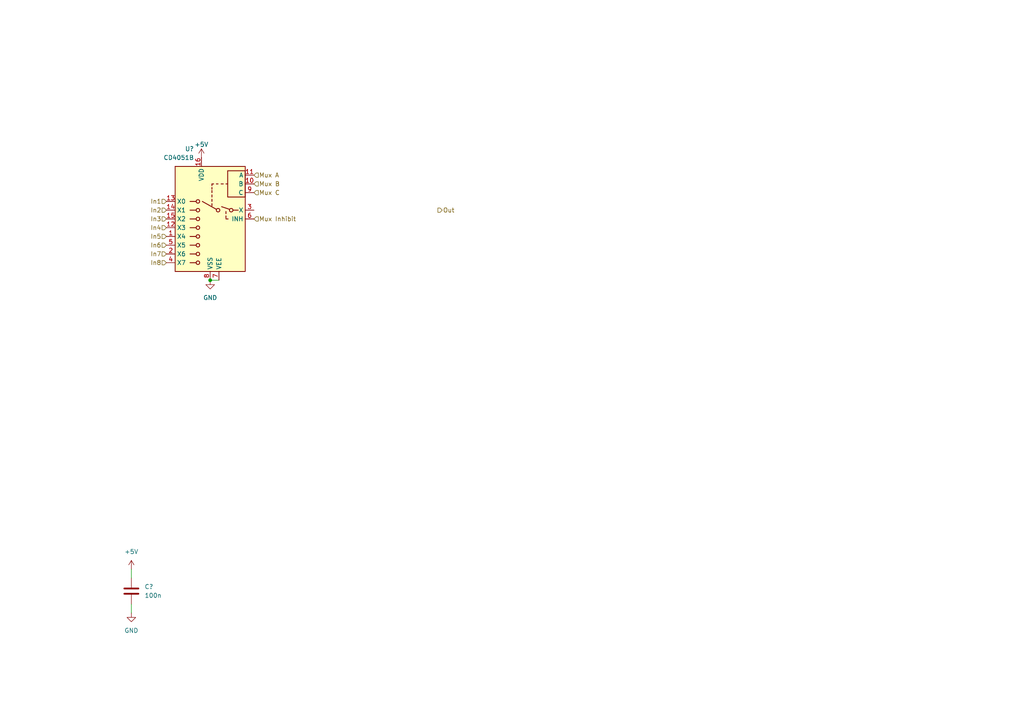
<source format=kicad_sch>
(kicad_sch (version 20250114) (generator "eeschema") (generator_version "9.0")
  (paper "A4")
  (lib_symbols
    (symbol "Analog_Switch:CD4051B"
      (property "Reference" "U" (at -10.16 16.51 0))
      (property "Value" "CD4051B" (at 3.81 16.51 0))
      (symbol "CD4051B_0_1"
        (rectangle (start -10.16 15.24) (end 10.16 -15.24) (stroke (width 0.254)) (fill (type background)))
        (rectangle (start -10.16 6.35) (end -5.08 13.97) (stroke (width 0.254)))
        (polyline (pts (xy -8.128 2.54) (xy -6.604 2.54)) (stroke (width 0.254)))
        (circle (center -6.096 2.54) (radius 0.508) (stroke (width 0.254)))
        (polyline (pts (xy -5.588 2.794) (xy -3.302 3.556)) (stroke (width 0.254)))
        (polyline (pts (xy -4.572 10.16) (xy -5.08 10.16)) (stroke (width 0.254)))
        (polyline (pts (xy -4.572 1.524) (xy -4.572 2.159)) (stroke (width 0.254)))
        (polyline (pts (xy -4.572 0.254) (xy -4.572 0.889)) (stroke (width 0.254)))
        (polyline (pts (xy -4.572 0) (xy -5.207 0)) (stroke (width 0.254)))
        (polyline (pts (xy -3.81 10.16) (xy -3.175 10.16)) (stroke (width 0.254)))
        (circle (center -2.286 2.54) (radius 0.508) (stroke (width 0.254)))
        (polyline (pts (xy -1.778 10.16) (xy -2.286 10.16)) (stroke (width 0.254)))
        (polyline (pts (xy -1.778 2.794) (xy 2.286 5.08)) (stroke (width 0.254)))
        (polyline (pts (xy -0.508 10.16) (xy -1.016 10.16)) (stroke (width 0.254)))
        (polyline (pts (xy -0.508 9.652) (xy -0.508 10.16)) (stroke (width 0.254)))
        (polyline (pts (xy -0.508 8.636) (xy -0.508 9.144)) (stroke (width 0.254)))
        (polyline (pts (xy -0.508 7.62) (xy -0.508 8.255)) (stroke (width 0.254)))
        (polyline (pts (xy -0.508 6.35) (xy -0.508 6.985)) (stroke (width 0.254)))
        (polyline (pts (xy -0.508 5.08) (xy -0.508 5.715)) (stroke (width 0.254)))
        (polyline (pts (xy -0.508 3.81) (xy -0.508 4.445)) (stroke (width 0.254)))
        (circle (center 3.556 5.08) (radius 0.508) (stroke (width 0.254)))
        (circle (center 3.556 2.54) (radius 0.508) (stroke (width 0.254)))
        (circle (center 3.556 0) (radius 0.508) (stroke (width 0.254)))
        (circle (center 3.556 -2.54) (radius 0.508) (stroke (width 0.254)))
        (circle (center 3.556 -5.08) (radius 0.508) (stroke (width 0.254)))
        (circle (center 3.556 -7.62) (radius 0.508) (stroke (width 0.254)))
        (circle (center 3.556 -10.16) (radius 0.508) (stroke (width 0.254)))
        (circle (center 3.556 -12.7) (radius 0.508) (stroke (width 0.254)))
        (polyline (pts (xy 4.064 5.08) (xy 5.842 5.08)) (stroke (width 0.254)))
        (polyline (pts (xy 4.064 2.54) (xy 5.842 2.54)) (stroke (width 0.254)))
        (polyline (pts (xy 4.064 0) (xy 5.842 0)) (stroke (width 0.254)))
        (polyline (pts (xy 4.064 -2.54) (xy 5.842 -2.54)) (stroke (width 0.254)))
        (polyline (pts (xy 4.064 -5.08) (xy 5.842 -5.08)) (stroke (width 0.254)))
        (polyline (pts (xy 4.064 -7.62) (xy 5.842 -7.62)) (stroke (width 0.254)))
        (polyline (pts (xy 4.064 -10.16) (xy 5.842 -10.16)) (stroke (width 0.254)))
        (polyline (pts (xy 4.064 -12.7) (xy 5.842 -12.7)) (stroke (width 0.254)))
      )
      (symbol "CD4051B_1_1"
        (pin input line (at -12.7 12.7 0) (length 2.54) (name "A") (number "11"))
        (pin input line (at -12.7 10.16 0) (length 2.54) (name "B") (number "10"))
        (pin input line (at -12.7 7.62 0) (length 2.54) (name "C") (number "9"))
        (pin bidirectional line (at -12.7 2.54 0) (length 2.54) (name "X") (number "3"))
        (pin input line (at -12.7 0 0) (length 2.54) (name "INH") (number "6"))
        (pin power_in line (at -2.54 -17.78 90) (length 2.54) (name "VEE") (number "7"))
        (pin power_in line (at 0 -17.78 90) (length 2.54) (name "VSS") (number "8"))
        (pin power_in line (at 2.54 17.78 270) (length 2.54) (name "VDD") (number "16"))
        (pin bidirectional line (at 12.7 5.08 180) (length 2.54) (name "X0") (number "13"))
        (pin bidirectional line (at 12.7 2.54 180) (length 2.54) (name "X1") (number "14"))
        (pin bidirectional line (at 12.7 0 180) (length 2.54) (name "X2") (number "15"))
        (pin bidirectional line (at 12.7 -2.54 180) (length 2.54) (name "X3") (number "12"))
        (pin bidirectional line (at 12.7 -5.08 180) (length 2.54) (name "X4") (number "1"))
        (pin bidirectional line (at 12.7 -7.62 180) (length 2.54) (name "X5") (number "5"))
        (pin bidirectional line (at 12.7 -10.16 180) (length 2.54) (name "X6") (number "2"))
        (pin bidirectional line (at 12.7 -12.7 180) (length 2.54) (name "X7") (number "4"))
      )
    )
    (symbol "Device:C" (pin_numbers (hide yes)) (pin_names (offset 0.254))
      (property "Reference" "C" (at 0.635 2.54 0))
      (property "Value" "C" (at 0.635 -2.54 0))
      (symbol "C_0_1"
        (polyline (pts (xy -2.032 0.762) (xy 2.032 0.762)) (stroke (width 0.508)))
        (polyline (pts (xy -2.032 -0.762) (xy 2.032 -0.762)) (stroke (width 0.508)))
      )
      (symbol "C_1_1"
        (pin passive line (at 0 3.81 270) (length 2.794) (name "~") (number "1"))
        (pin passive line (at 0 -3.81 90) (length 2.794) (name "~") (number "2"))
      )
    )
    (symbol "power:+5V" (power) (pin_numbers (hide yes)) (pin_names (offset 0) (hide yes))
      (property "Value" "+5V" (at 0 3.556 0))
      (symbol "+5V_0_1"
        (polyline (pts (xy -0.762 1.27) (xy 0 2.54)))
        (polyline (pts (xy 0 2.54) (xy 0.762 1.27)))
        (polyline (pts (xy 0 0) (xy 0 2.54)))
      )
      (symbol "+5V_1_1"
        (pin power_in line (at 0 0 90) (length 0) (name "~") (number "1"))
      )
    )
    (symbol "power:GND" (power) (pin_numbers (hide yes)) (pin_names (offset 0) (hide yes))
      (property "Value" "GND" (at 0 -3.81 0))
      (symbol "GND_0_1"
        (polyline (pts (xy 0 0) (xy 0 -1.27) (xy 1.27 -1.27) (xy 0 -2.54) (xy -1.27 -1.27) (xy 0 -1.27)))
      )
      (symbol "GND_1_1"
        (pin power_in line (at 0 0 270) (length 0) (name "~") (number "1"))
      )
    )
  )
  (junction (at 60.96 81.28))
  (wire (pts (xy 60.96 81.28) (xy 63.5 81.28)))
  (wire (pts (xy 38.1 175.26) (xy 38.1 177.8)))
  (wire (pts (xy 38.1 165.1) (xy 38.1 167.64)))
  (hierarchical_label "Mux A" (shape input) (at 73.66 50.8 0))
  (hierarchical_label "Mux C" (shape input) (at 73.66 55.88 0))
  (hierarchical_label "Mux Inhibit" (shape input) (at 73.66 63.5 0))
  (hierarchical_label "In8" (shape input) (at 48.26 76.2 180))
  (hierarchical_label "In5" (shape input) (at 48.26 68.58 180))
  (hierarchical_label "In3" (shape input) (at 48.26 63.5 180))
  (hierarchical_label "In1" (shape input) (at 48.26 58.42 180))
  (hierarchical_label "In4" (shape input) (at 48.26 66.04 180))
  (hierarchical_label "In7" (shape input) (at 48.26 73.66 180))
  (hierarchical_label "Out" (shape output) (at 127 60.96 0))
  (hierarchical_label "In6" (shape input) (at 48.26 71.12 180))
  (hierarchical_label "Mux B" (shape input) (at 73.66 53.34 0))
  (hierarchical_label "In2" (shape input) (at 48.26 60.96 180))
  (symbol (lib_id "power:+5V") (at 58.42 45.72 0) (unit 1)
    (property "Reference" "#PWR043" (effects (hide yes)))
    (property "Value" "+5V" (at 58.42 41.91 0))
    (property "Description" "Power symbol creates a global label with name \"+5V\"" (effects (hide yes)))
  )
  (symbol (lib_id "Device:C") (at 38.1 171.45 0) (unit 1)
    (property "Reference" "C?" (at 41.91 170.1799 0) (effects (justify left)))
    (property "Value" "100n" (at 41.91 172.7199 0) (effects (justify left)))
    (property "Footprint" "Capacitor_SMD:C_0603_1608Metric" (effects (hide yes)))
    (property "Description" "Unpolarized capacitor" (effects (hide yes)))
  )
  (symbol (lib_id "power:GND") (at 38.1 177.8 0) (unit 1)
    (property "Reference" "#PWR033" (effects (hide yes)))
    (property "Value" "GND" (at 38.1 182.88 0))
    (property "Description" "Power symbol creates a global label with name \"GND\" , ground" (effects (hide yes)))
  )
  (symbol (lib_id "power:+5V") (at 38.1 165.1 0) (unit 1)
    (property "Reference" "#PWR035" (effects (hide yes)))
    (property "Value" "+5V" (at 38.1 160.02 0))
    (property "Description" "Power symbol creates a global label with name \"+5V\"" (effects (hide yes)))
  )
  (symbol (lib_id "power:GND") (at 60.96 81.28 0) (unit 1)
    (property "Reference" "#PWR044" (effects (hide yes)))
    (property "Value" "GND" (at 60.96 86.36 0))
    (property "Description" "Power symbol creates a global label with name \"GND\" , ground" (effects (hide yes)))
  )
  (symbol (lib_id "Analog_Switch:CD4051B") (at 60.96 63.5 0) (mirror y) (unit 1)
    (property "Reference" "U?" (at 56.2767 43.18 0) (effects (justify left)))
    (property "Value" "CD4051B" (at 56.2767 45.72 0) (effects (justify left)))
    (property "Datasheet" "http://www.ti.com/lit/ds/symlink/cd4052b.pdf" (effects (hide yes)))
    (property "Description" "CMOS single 8-channel analog multiplexer demultiplexer, TSSOP-16/DIP-16/SOIC-16" (effects (hide yes)))
  )
)
</source>
